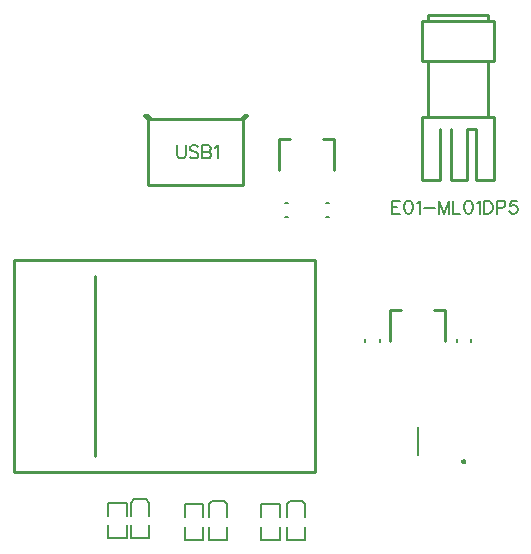
<source format=gto>
G04 Layer: TopSilkLayer*
G04 EasyEDA v6.1.48, Tue, 21 May 2019 15:32:19 GMT*
G04 55fe052d9e4a4200a3b67694a85f930b,46bf6a40d4384fdb86bc8fc37bf60e4c,10*
G04 Gerber Generator version 0.2*
G04 Scale: 100 percent, Rotated: No, Reflected: No *
G04 Dimensions in millimeters *
G04 leading zeros omitted , absolute positions ,3 integer and 3 decimal *
%FSLAX33Y33*%
%MOMM*%
G90*
G71D02*

%ADD10C,0.254000*%
%ADD27C,0.200000*%
%ADD28C,0.162000*%
%ADD29C,0.199898*%
%ADD30C,0.249936*%
%ADD31C,0.152400*%

%LPD*%
G54D10*
G01X11643Y39444D02*
G01X11643Y44945D01*
G01X11653Y44955D02*
G01X11265Y45375D01*
G01X11559Y45375D01*
G01X11864Y45045D01*
G01X19492Y45045D01*
G01X19847Y45426D01*
G01X20011Y45426D01*
G01X20011Y45375D01*
G01X19653Y44955D01*
G01X19643Y39454D02*
G01X19643Y44955D01*
G01X11643Y39444D02*
G01X19643Y39444D01*
G54D27*
G01X16316Y10544D02*
G01X16316Y9444D01*
G01X14715Y9444D01*
G01X14715Y10544D01*
G01X16316Y11344D02*
G01X16316Y12444D01*
G01X15316Y12444D01*
G01X14715Y12444D01*
G01X14715Y11344D01*
G01X22793Y10544D02*
G01X22793Y9444D01*
G01X21192Y9444D01*
G01X21192Y10544D01*
G01X22793Y11344D02*
G01X22793Y12444D01*
G01X21793Y12444D01*
G01X21192Y12444D01*
G01X21192Y11344D01*
G01X9839Y10671D02*
G01X9839Y9571D01*
G01X8238Y9571D01*
G01X8238Y10671D01*
G01X9839Y11471D02*
G01X9839Y12571D01*
G01X8839Y12571D01*
G01X8238Y12571D01*
G01X8238Y11471D01*
G54D10*
G01X26441Y43381D02*
G01X27340Y43381D01*
G01X27340Y40780D01*
G01X22741Y40780D02*
G01X22741Y43381D01*
G01X23640Y43381D01*
G54D28*
G01X23483Y36757D02*
G01X23232Y36756D01*
G01X23483Y37957D02*
G01X23232Y37956D01*
G01X26725Y37962D02*
G01X26976Y37963D01*
G01X26725Y36762D02*
G01X26976Y36763D01*
G54D10*
G01X35839Y28903D02*
G01X36738Y28903D01*
G01X36738Y26302D01*
G01X32139Y26302D02*
G01X32139Y28903D01*
G01X33038Y28903D01*
G54D28*
G01X31231Y26404D02*
G01X31232Y26153D01*
G01X30031Y26404D02*
G01X30032Y26153D01*
G01X38978Y26404D02*
G01X38979Y26153D01*
G01X37778Y26404D02*
G01X37779Y26153D01*
G54D29*
G01X34464Y18973D02*
G01X34464Y16582D01*
G54D27*
G01X10143Y10670D02*
G01X10143Y9570D01*
G01X11143Y9570D01*
G01X11744Y9570D01*
G01X11744Y10670D01*
G01X10156Y11464D02*
G01X10156Y12582D01*
G01X10436Y12861D01*
G01X11452Y12861D01*
G01X11731Y12582D01*
G01X11731Y11464D01*
G01X16747Y10543D02*
G01X16747Y9443D01*
G01X17747Y9443D01*
G01X18348Y9443D01*
G01X18348Y10543D01*
G01X16760Y11337D02*
G01X16760Y12455D01*
G01X17040Y12734D01*
G01X18056Y12734D01*
G01X18335Y12455D01*
G01X18335Y11337D01*
G01X23351Y10543D02*
G01X23351Y9443D01*
G01X24351Y9443D01*
G01X24952Y9443D01*
G01X24952Y10543D01*
G01X23364Y11337D02*
G01X23364Y12455D01*
G01X23644Y12734D01*
G01X24660Y12734D01*
G01X24939Y12455D01*
G01X24939Y11337D01*
G54D10*
G01X288Y15160D02*
G01X288Y33143D01*
G01X25790Y33143D01*
G01X25790Y15160D01*
G01X288Y15160D01*
G01X7172Y16532D02*
G01X7172Y31772D01*
G01X37867Y45234D02*
G01X34819Y45234D01*
G01X34819Y39900D01*
G01X36343Y39900D01*
G01X36343Y44218D01*
G01X37867Y45234D02*
G01X40915Y45234D01*
G01X40915Y39900D01*
G01X39391Y39900D01*
G01X39391Y44218D01*
G01X38629Y44218D01*
G01X38629Y39900D01*
G01X37232Y39900D01*
G01X37232Y44218D01*
G01X35327Y45361D02*
G01X35327Y49933D01*
G01X34819Y49933D01*
G01X34819Y53362D01*
G01X35327Y53362D01*
G01X35327Y53870D01*
G01X40407Y53870D01*
G01X40407Y53362D01*
G01X40915Y53362D01*
G01X40915Y49933D01*
G01X40407Y49933D01*
G01X40407Y45234D01*
G01X40407Y49933D02*
G01X35327Y49933D01*
G01X35327Y53362D02*
G01X40534Y53362D01*
G54D31*
G01X14083Y42814D02*
G01X14083Y42035D01*
G01X14134Y41880D01*
G01X14238Y41776D01*
G01X14396Y41725D01*
G01X14500Y41725D01*
G01X14655Y41776D01*
G01X14759Y41880D01*
G01X14810Y42035D01*
G01X14810Y42814D01*
G01X15882Y42659D02*
G01X15777Y42764D01*
G01X15620Y42814D01*
G01X15414Y42814D01*
G01X15257Y42764D01*
G01X15153Y42659D01*
G01X15153Y42555D01*
G01X15206Y42451D01*
G01X15257Y42400D01*
G01X15361Y42347D01*
G01X15673Y42243D01*
G01X15777Y42192D01*
G01X15828Y42139D01*
G01X15882Y42035D01*
G01X15882Y41880D01*
G01X15777Y41776D01*
G01X15620Y41725D01*
G01X15414Y41725D01*
G01X15257Y41776D01*
G01X15153Y41880D01*
G01X16224Y42814D02*
G01X16224Y41725D01*
G01X16224Y42814D02*
G01X16692Y42814D01*
G01X16847Y42764D01*
G01X16900Y42710D01*
G01X16951Y42606D01*
G01X16951Y42502D01*
G01X16900Y42400D01*
G01X16847Y42347D01*
G01X16692Y42296D01*
G01X16224Y42296D02*
G01X16692Y42296D01*
G01X16847Y42243D01*
G01X16900Y42192D01*
G01X16951Y42088D01*
G01X16951Y41931D01*
G01X16900Y41829D01*
G01X16847Y41776D01*
G01X16692Y41725D01*
G01X16224Y41725D01*
G01X17294Y42606D02*
G01X17398Y42659D01*
G01X17553Y42814D01*
G01X17553Y41725D01*
G01X32289Y38130D02*
G01X32289Y37041D01*
G01X32289Y38130D02*
G01X32964Y38130D01*
G01X32289Y37612D02*
G01X32705Y37612D01*
G01X32289Y37041D02*
G01X32964Y37041D01*
G01X33619Y38130D02*
G01X33462Y38080D01*
G01X33358Y37925D01*
G01X33307Y37663D01*
G01X33307Y37508D01*
G01X33358Y37249D01*
G01X33462Y37092D01*
G01X33619Y37041D01*
G01X33724Y37041D01*
G01X33879Y37092D01*
G01X33983Y37249D01*
G01X34033Y37508D01*
G01X34033Y37663D01*
G01X33983Y37925D01*
G01X33879Y38080D01*
G01X33724Y38130D01*
G01X33619Y38130D01*
G01X34376Y37925D02*
G01X34481Y37975D01*
G01X34638Y38130D01*
G01X34638Y37041D01*
G01X34981Y37508D02*
G01X35916Y37508D01*
G01X36259Y38130D02*
G01X36259Y37041D01*
G01X36259Y38130D02*
G01X36673Y37041D01*
G01X37089Y38130D02*
G01X36673Y37041D01*
G01X37089Y38130D02*
G01X37089Y37041D01*
G01X37432Y38130D02*
G01X37432Y37041D01*
G01X37432Y37041D02*
G01X38054Y37041D01*
G01X38710Y38130D02*
G01X38555Y38080D01*
G01X38451Y37925D01*
G01X38397Y37663D01*
G01X38397Y37508D01*
G01X38451Y37249D01*
G01X38555Y37092D01*
G01X38710Y37041D01*
G01X38814Y37041D01*
G01X38969Y37092D01*
G01X39073Y37249D01*
G01X39126Y37508D01*
G01X39126Y37663D01*
G01X39073Y37925D01*
G01X38969Y38080D01*
G01X38814Y38130D01*
G01X38710Y38130D01*
G01X39469Y37925D02*
G01X39573Y37975D01*
G01X39728Y38130D01*
G01X39728Y37041D01*
G01X40071Y38130D02*
G01X40071Y37041D01*
G01X40071Y38130D02*
G01X40434Y38130D01*
G01X40592Y38080D01*
G01X40696Y37975D01*
G01X40747Y37871D01*
G01X40798Y37716D01*
G01X40798Y37457D01*
G01X40747Y37300D01*
G01X40696Y37196D01*
G01X40592Y37092D01*
G01X40434Y37041D01*
G01X40071Y37041D01*
G01X41140Y38130D02*
G01X41140Y37041D01*
G01X41140Y38130D02*
G01X41610Y38130D01*
G01X41765Y38080D01*
G01X41816Y38029D01*
G01X41869Y37925D01*
G01X41869Y37767D01*
G01X41816Y37663D01*
G01X41765Y37612D01*
G01X41610Y37559D01*
G01X41140Y37559D01*
G01X42835Y38130D02*
G01X42316Y38130D01*
G01X42263Y37663D01*
G01X42316Y37716D01*
G01X42471Y37767D01*
G01X42626Y37767D01*
G01X42784Y37716D01*
G01X42888Y37612D01*
G01X42939Y37457D01*
G01X42939Y37353D01*
G01X42888Y37196D01*
G01X42784Y37092D01*
G01X42626Y37041D01*
G01X42471Y37041D01*
G01X42316Y37092D01*
G01X42263Y37145D01*
G01X42212Y37249D01*
G54D30*
G75*
G01X38452Y16049D02*
G03X38422Y15968I-125J0D01*
G01*
M00*
M02*

</source>
